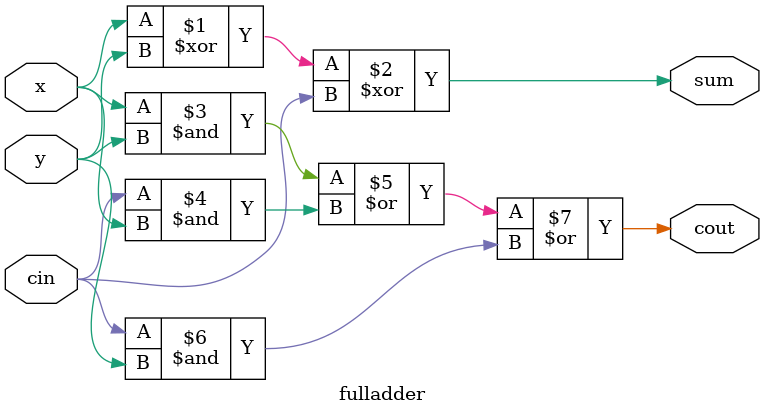
<source format=v>


module fulladder (cin, x, y, sum, cout) ;

	input cin, x,y;
	output sum, cout ;

	assign sum = ( x ^ y ^ cin ) ;
	assign cout = (x & y) | (cin & x) | (cin & y);
	
endmodule
</source>
